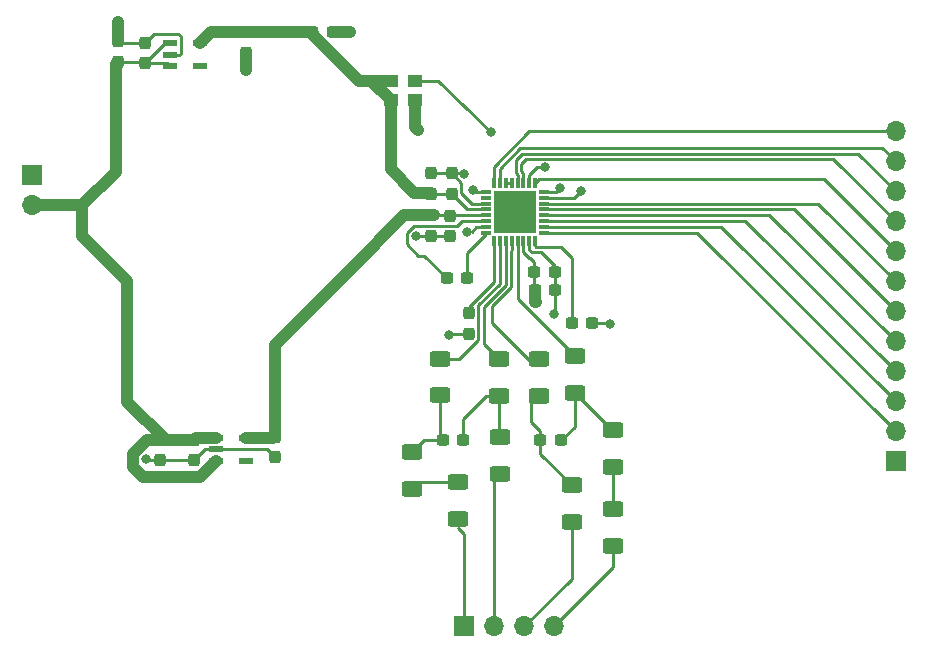
<source format=gbr>
%TF.GenerationSoftware,KiCad,Pcbnew,(6.0.10)*%
%TF.CreationDate,2023-03-06T12:11:40-08:00*%
%TF.ProjectId,PCM5242,50434d35-3234-4322-9e6b-696361645f70,rev?*%
%TF.SameCoordinates,Original*%
%TF.FileFunction,Copper,L1,Top*%
%TF.FilePolarity,Positive*%
%FSLAX46Y46*%
G04 Gerber Fmt 4.6, Leading zero omitted, Abs format (unit mm)*
G04 Created by KiCad (PCBNEW (6.0.10)) date 2023-03-06 12:11:40*
%MOMM*%
%LPD*%
G01*
G04 APERTURE LIST*
G04 Aperture macros list*
%AMRoundRect*
0 Rectangle with rounded corners*
0 $1 Rounding radius*
0 $2 $3 $4 $5 $6 $7 $8 $9 X,Y pos of 4 corners*
0 Add a 4 corners polygon primitive as box body*
4,1,4,$2,$3,$4,$5,$6,$7,$8,$9,$2,$3,0*
0 Add four circle primitives for the rounded corners*
1,1,$1+$1,$2,$3*
1,1,$1+$1,$4,$5*
1,1,$1+$1,$6,$7*
1,1,$1+$1,$8,$9*
0 Add four rect primitives between the rounded corners*
20,1,$1+$1,$2,$3,$4,$5,0*
20,1,$1+$1,$4,$5,$6,$7,0*
20,1,$1+$1,$6,$7,$8,$9,0*
20,1,$1+$1,$8,$9,$2,$3,0*%
G04 Aperture macros list end*
%TA.AperFunction,SMDPad,CuDef*%
%ADD10RoundRect,0.237500X-0.300000X-0.237500X0.300000X-0.237500X0.300000X0.237500X-0.300000X0.237500X0*%
%TD*%
%TA.AperFunction,ComponentPad*%
%ADD11R,1.700000X1.700000*%
%TD*%
%TA.AperFunction,ComponentPad*%
%ADD12O,1.700000X1.700000*%
%TD*%
%TA.AperFunction,SMDPad,CuDef*%
%ADD13RoundRect,0.237500X0.300000X0.237500X-0.300000X0.237500X-0.300000X-0.237500X0.300000X-0.237500X0*%
%TD*%
%TA.AperFunction,SMDPad,CuDef*%
%ADD14RoundRect,0.237500X0.237500X-0.300000X0.237500X0.300000X-0.237500X0.300000X-0.237500X-0.300000X0*%
%TD*%
%TA.AperFunction,SMDPad,CuDef*%
%ADD15RoundRect,0.250000X-0.625000X0.400000X-0.625000X-0.400000X0.625000X-0.400000X0.625000X0.400000X0*%
%TD*%
%TA.AperFunction,SMDPad,CuDef*%
%ADD16R,1.150000X0.600000*%
%TD*%
%TA.AperFunction,SMDPad,CuDef*%
%ADD17RoundRect,0.250000X0.625000X-0.400000X0.625000X0.400000X-0.625000X0.400000X-0.625000X-0.400000X0*%
%TD*%
%TA.AperFunction,SMDPad,CuDef*%
%ADD18RoundRect,0.237500X-0.237500X0.300000X-0.237500X-0.300000X0.237500X-0.300000X0.237500X0.300000X0*%
%TD*%
%TA.AperFunction,SMDPad,CuDef*%
%ADD19R,0.900000X0.300000*%
%TD*%
%TA.AperFunction,SMDPad,CuDef*%
%ADD20R,0.300000X0.900000*%
%TD*%
%TA.AperFunction,SMDPad,CuDef*%
%ADD21R,3.550000X3.550000*%
%TD*%
%TA.AperFunction,SMDPad,CuDef*%
%ADD22R,1.300000X1.100000*%
%TD*%
%TA.AperFunction,ViaPad*%
%ADD23C,0.800000*%
%TD*%
%TA.AperFunction,Conductor*%
%ADD24C,0.250000*%
%TD*%
%TA.AperFunction,Conductor*%
%ADD25C,1.000000*%
%TD*%
G04 APERTURE END LIST*
D10*
%TO.P,C19,1*%
%TO.N,DVDD*%
X74829500Y-81026000D03*
%TO.P,C19,2*%
%TO.N,GND*%
X76554500Y-81026000D03*
%TD*%
D11*
%TO.P,J2,1,Pin_1*%
%TO.N,GND*%
X124206000Y-117353000D03*
D12*
%TO.P,J2,2,Pin_2*%
%TO.N,/A5*%
X124206000Y-114813000D03*
%TO.P,J2,3,Pin_3*%
%TO.N,/A6*%
X124206000Y-112273000D03*
%TO.P,J2,4,Pin_4*%
%TO.N,/A7*%
X124206000Y-109733000D03*
%TO.P,J2,5,Pin_5*%
%TO.N,/A8*%
X124206000Y-107193000D03*
%TO.P,J2,6,Pin_6*%
%TO.N,/A9*%
X124206000Y-104653000D03*
%TO.P,J2,7,Pin_7*%
%TO.N,/A10*%
X124206000Y-102113000D03*
%TO.P,J2,8,Pin_8*%
%TO.N,/A11*%
X124206000Y-99573000D03*
%TO.P,J2,9,Pin_9*%
%TO.N,/A12*%
X124206000Y-97033000D03*
%TO.P,J2,10,Pin_10*%
%TO.N,/A13*%
X124206000Y-94493000D03*
%TO.P,J2,11,Pin_11*%
%TO.N,/A14*%
X124206000Y-91953000D03*
%TO.P,J2,12,Pin_12*%
%TO.N,/A15*%
X124206000Y-89413000D03*
%TD*%
D13*
%TO.P,C11,1*%
%TO.N,Net-(C11-Pad1)*%
X95858500Y-115570000D03*
%TO.P,C11,2*%
%TO.N,Net-(C11-Pad2)*%
X94133500Y-115570000D03*
%TD*%
D14*
%TO.P,C15,1*%
%TO.N,GND*%
X69232750Y-82751000D03*
%TO.P,C15,2*%
%TO.N,DVDD*%
X69232750Y-81026000D03*
%TD*%
D11*
%TO.P,J3,1,Pin_1*%
%TO.N,GND*%
X51100000Y-93100000D03*
D12*
%TO.P,J3,2,Pin_2*%
%TO.N,VCC*%
X51100000Y-95640000D03*
%TD*%
D15*
%TO.P,R3,1*%
%TO.N,Net-(R3-Pad1)*%
X90648000Y-108686000D03*
%TO.P,R3,2*%
%TO.N,Net-(C12-Pad1)*%
X90648000Y-111786000D03*
%TD*%
D16*
%TO.P,IC1,1,IN*%
%TO.N,VCC*%
X62778000Y-81960500D03*
%TO.P,IC1,2,GND*%
%TO.N,GND*%
X62778000Y-82910500D03*
%TO.P,IC1,3,EN*%
%TO.N,VCC*%
X62778000Y-83860500D03*
%TO.P,IC1,4,NC*%
%TO.N,unconnected-(IC1-Pad4)*%
X65278000Y-83860500D03*
%TO.P,IC1,5,OUT*%
%TO.N,DVDD*%
X65278000Y-81960500D03*
%TD*%
D14*
%TO.P,C16,1*%
%TO.N,VCC*%
X58374000Y-83513000D03*
%TO.P,C16,2*%
%TO.N,GND*%
X58374000Y-81788000D03*
%TD*%
D15*
%TO.P,R4,1*%
%TO.N,Net-(R4-Pad1)*%
X85598000Y-108660000D03*
%TO.P,R4,2*%
%TO.N,Net-(C12-Pad2)*%
X85598000Y-111760000D03*
%TD*%
D11*
%TO.P,J1,1,Pin_1*%
%TO.N,/A1*%
X87640000Y-131318000D03*
D12*
%TO.P,J1,2,Pin_2*%
%TO.N,/A2*%
X90180000Y-131318000D03*
%TO.P,J1,3,Pin_3*%
%TO.N,/A3*%
X92720000Y-131318000D03*
%TO.P,J1,4,Pin_4*%
%TO.N,/A4*%
X95260000Y-131318000D03*
%TD*%
D15*
%TO.P,R6,1*%
%TO.N,Net-(C12-Pad1)*%
X90678000Y-115290000D03*
%TO.P,R6,2*%
%TO.N,/A2*%
X90678000Y-118390000D03*
%TD*%
D17*
%TO.P,R11,1*%
%TO.N,/A4*%
X100274000Y-124512000D03*
%TO.P,R11,2*%
%TO.N,Net-(R11-Pad2)*%
X100274000Y-121412000D03*
%TD*%
D18*
%TO.P,C2,1*%
%TO.N,GND*%
X84836000Y-92958500D03*
%TO.P,C2,2*%
%TO.N,DVDD*%
X84836000Y-94683500D03*
%TD*%
D10*
%TO.P,C10,1*%
%TO.N,AVDD*%
X93603500Y-101346000D03*
%TO.P,C10,2*%
%TO.N,GND*%
X95328500Y-101346000D03*
%TD*%
D18*
%TO.P,C4,1*%
%TO.N,AVDD*%
X86500000Y-96537500D03*
%TO.P,C4,2*%
%TO.N,GND*%
X86500000Y-98262500D03*
%TD*%
D15*
%TO.P,R9,1*%
%TO.N,Net-(C11-Pad2)*%
X96774000Y-119354000D03*
%TO.P,R9,2*%
%TO.N,/A3*%
X96774000Y-122454000D03*
%TD*%
D18*
%TO.P,C18,1*%
%TO.N,VCC*%
X64781250Y-115523500D03*
%TO.P,C18,2*%
%TO.N,GND*%
X64781250Y-117248500D03*
%TD*%
D15*
%TO.P,R8,1*%
%TO.N,Net-(C12-Pad2)*%
X83248000Y-116560000D03*
%TO.P,R8,2*%
%TO.N,Net-(R10-Pad2)*%
X83248000Y-119660000D03*
%TD*%
D18*
%TO.P,C14,1*%
%TO.N,VCC*%
X61938000Y-115523500D03*
%TO.P,C14,2*%
%TO.N,GND*%
X61938000Y-117248500D03*
%TD*%
D15*
%TO.P,R7,1*%
%TO.N,Net-(C11-Pad1)*%
X100274000Y-114688000D03*
%TO.P,R7,2*%
%TO.N,Net-(R11-Pad2)*%
X100274000Y-117788000D03*
%TD*%
D17*
%TO.P,R10,1*%
%TO.N,/A1*%
X87122000Y-122200000D03*
%TO.P,R10,2*%
%TO.N,Net-(R10-Pad2)*%
X87122000Y-119100000D03*
%TD*%
D15*
%TO.P,R2,1*%
%TO.N,Net-(R2-Pad1)*%
X97028000Y-108432000D03*
%TO.P,R2,2*%
%TO.N,Net-(C11-Pad1)*%
X97028000Y-111532000D03*
%TD*%
D19*
%TO.P,U1,1,XSMT*%
%TO.N,AVDD*%
X89498000Y-94516000D03*
%TO.P,U1,2,LDOO*%
%TO.N,/No Connect*%
X89498000Y-95016000D03*
%TO.P,U1,3,DGND*%
%TO.N,GND*%
X89498000Y-95516000D03*
%TO.P,U1,4,DVDD*%
%TO.N,DVDD*%
X89498000Y-96016000D03*
%TO.P,U1,5,CPVDD*%
%TO.N,AVDD*%
X89498000Y-96516000D03*
%TO.P,U1,6,CAPP*%
%TO.N,Net-(C6-Pad1)*%
X89498000Y-97016000D03*
%TO.P,U1,7,CPGND*%
%TO.N,GND*%
X89498000Y-97516000D03*
%TO.P,U1,8,CAPM*%
%TO.N,Net-(C6-Pad2)*%
X89498000Y-98016000D03*
D20*
%TO.P,U1,9,VNEG*%
%TO.N,Net-(C7-Pad1)*%
X90198000Y-98716000D03*
%TO.P,U1,10,OUTLP*%
%TO.N,Net-(R4-Pad1)*%
X90698000Y-98716000D03*
%TO.P,U1,11,OUTLN*%
%TO.N,Net-(R3-Pad1)*%
X91198000Y-98716000D03*
%TO.P,U1,12,OUTRN*%
%TO.N,Net-(R5-Pad1)*%
X91698000Y-98716000D03*
%TO.P,U1,13,OUTRP*%
%TO.N,Net-(R2-Pad1)*%
X92198000Y-98716000D03*
%TO.P,U1,14,AVDD*%
%TO.N,AVDD*%
X92698000Y-98716000D03*
%TO.P,U1,15,AGND*%
%TO.N,GND*%
X93198000Y-98716000D03*
%TO.P,U1,16,VCOM*%
%TO.N,Net-(C8-Pad1)*%
X93698000Y-98716000D03*
D19*
%TO.P,U1,17,SDA*%
%TO.N,/A5*%
X94398000Y-98016000D03*
%TO.P,U1,18,SCL*%
%TO.N,/A6*%
X94398000Y-97516000D03*
%TO.P,U1,19,GPIO5*%
%TO.N,/A7*%
X94398000Y-97016000D03*
%TO.P,U1,20,GPIO4*%
%TO.N,/A8*%
X94398000Y-96516000D03*
%TO.P,U1,21,GPIO3*%
%TO.N,/A9*%
X94398000Y-96016000D03*
%TO.P,U1,22,ADR2*%
%TO.N,/A10*%
X94398000Y-95516000D03*
%TO.P,U1,23,MODE1*%
%TO.N,GND*%
X94398000Y-95016000D03*
%TO.P,U1,24,MODE2*%
%TO.N,DVDD*%
X94398000Y-94516000D03*
D20*
%TO.P,U1,25,GPIO6*%
%TO.N,/A11*%
X93698000Y-93816000D03*
%TO.P,U1,26,SCK*%
%TO.N,SCK*%
X93198000Y-93816000D03*
%TO.P,U1,27,BCK*%
%TO.N,/A12*%
X92698000Y-93816000D03*
%TO.P,U1,28,DIN*%
%TO.N,/A13*%
X92198000Y-93816000D03*
%TO.P,U1,29,NC*%
%TO.N,/No Connect*%
X91698000Y-93816000D03*
%TO.P,U1,30,NC*%
X91198000Y-93816000D03*
%TO.P,U1,31,LRCK*%
%TO.N,/A14*%
X90698000Y-93816000D03*
%TO.P,U1,32,ADR1*%
%TO.N,/A15*%
X90198000Y-93816000D03*
D21*
%TO.P,U1,33,GND*%
%TO.N,GND*%
X91948000Y-96266000D03*
%TD*%
D22*
%TO.P,Y1,1,_TRI-STATE_(STBY)*%
%TO.N,DVDD*%
X81444000Y-86781000D03*
%TO.P,Y1,2,GND/CASE*%
%TO.N,GND*%
X83544000Y-86781000D03*
%TO.P,Y1,3,OUTPUT*%
%TO.N,SCK*%
X83544000Y-85131000D03*
%TO.P,Y1,4,VDD*%
%TO.N,DVDD*%
X81444000Y-85131000D03*
%TD*%
D18*
%TO.P,C7,1*%
%TO.N,Net-(C7-Pad1)*%
X88048000Y-104801500D03*
%TO.P,C7,2*%
%TO.N,GND*%
X88048000Y-106526500D03*
%TD*%
%TO.P,C1,1*%
%TO.N,AVDD*%
X84836000Y-96514500D03*
%TO.P,C1,2*%
%TO.N,GND*%
X84836000Y-98239500D03*
%TD*%
D16*
%TO.P,IC2,1,IN*%
%TO.N,VCC*%
X66691250Y-115382000D03*
%TO.P,IC2,2,GND*%
%TO.N,GND*%
X66691250Y-116332000D03*
%TO.P,IC2,3,EN*%
%TO.N,VCC*%
X66691250Y-117282000D03*
%TO.P,IC2,4,NC*%
%TO.N,unconnected-(IC2-Pad4)*%
X69191250Y-117282000D03*
%TO.P,IC2,5,OUT*%
%TO.N,AVDD*%
X69191250Y-115382000D03*
%TD*%
D14*
%TO.P,C5,1*%
%TO.N,DVDD*%
X86614000Y-94683500D03*
%TO.P,C5,2*%
%TO.N,GND*%
X86614000Y-92958500D03*
%TD*%
D10*
%TO.P,C9,1*%
%TO.N,AVDD*%
X93659500Y-102870000D03*
%TO.P,C9,2*%
%TO.N,GND*%
X95384500Y-102870000D03*
%TD*%
D14*
%TO.P,C13,1*%
%TO.N,VCC*%
X60660000Y-83613500D03*
%TO.P,C13,2*%
%TO.N,GND*%
X60660000Y-81888500D03*
%TD*%
D13*
%TO.P,C12,1*%
%TO.N,Net-(C12-Pad1)*%
X87610500Y-115570000D03*
%TO.P,C12,2*%
%TO.N,Net-(C12-Pad2)*%
X85885500Y-115570000D03*
%TD*%
D14*
%TO.P,C17,1*%
%TO.N,GND*%
X71639250Y-116994500D03*
%TO.P,C17,2*%
%TO.N,AVDD*%
X71639250Y-115269500D03*
%TD*%
D10*
%TO.P,C8,1*%
%TO.N,Net-(C8-Pad1)*%
X96785500Y-105664000D03*
%TO.P,C8,2*%
%TO.N,GND*%
X98510500Y-105664000D03*
%TD*%
D15*
%TO.P,R5,1*%
%TO.N,Net-(R5-Pad1)*%
X93980000Y-108686000D03*
%TO.P,R5,2*%
%TO.N,Net-(C11-Pad2)*%
X93980000Y-111786000D03*
%TD*%
D10*
%TO.P,C6,1*%
%TO.N,Net-(C6-Pad1)*%
X86203500Y-101854000D03*
%TO.P,C6,2*%
%TO.N,Net-(C6-Pad2)*%
X87928500Y-101854000D03*
%TD*%
D23*
%TO.N,GND*%
X92000000Y-96200000D03*
X95250000Y-104902000D03*
X77978000Y-81026000D03*
X87700000Y-93000000D03*
X97589000Y-94435000D03*
X83610500Y-98248500D03*
X69232750Y-84218750D03*
X60717250Y-117148000D03*
X83764000Y-89258000D03*
X87896814Y-97919802D03*
X86360000Y-106680000D03*
X58374000Y-80110500D03*
X100055750Y-105690000D03*
%TO.N,DVDD*%
X81534000Y-91440000D03*
X95758000Y-94234000D03*
%TO.N,AVDD*%
X83308500Y-96523500D03*
X93726000Y-103886000D03*
X78002000Y-101116000D03*
X88400000Y-94400000D03*
%TO.N,SCK*%
X94488000Y-92455500D03*
X89916107Y-89453580D03*
%TD*%
D24*
%TO.N,Net-(R10-Pad2)*%
X83808000Y-119100000D02*
X87122000Y-119100000D01*
X83248000Y-119660000D02*
X83808000Y-119100000D01*
D25*
%TO.N,AVDD*%
X85081000Y-96523500D02*
X85090000Y-96514500D01*
X83308500Y-96523500D02*
X85081000Y-96523500D01*
%TO.N,DVDD*%
X81444000Y-92620000D02*
X81444000Y-86781000D01*
X83472000Y-94648000D02*
X81444000Y-92620000D01*
X84836000Y-94648000D02*
X83472000Y-94648000D01*
D24*
%TO.N,GND*%
X97008000Y-95016000D02*
X97589000Y-94435000D01*
X94398000Y-95016000D02*
X97008000Y-95016000D01*
%TO.N,DVDD*%
X88904000Y-96016000D02*
X89498000Y-96016000D01*
X88895000Y-96007000D02*
X88904000Y-96016000D01*
%TO.N,GND*%
X95250000Y-104902000D02*
X95328500Y-104823500D01*
X95328500Y-104823500D02*
X95328500Y-101346000D01*
X100029750Y-105664000D02*
X98510500Y-105664000D01*
X86614000Y-92958500D02*
X84836000Y-92958500D01*
X83619500Y-98239500D02*
X83610500Y-98248500D01*
X86614000Y-92958500D02*
X87658500Y-92958500D01*
X95328500Y-100800500D02*
X94177198Y-99649198D01*
D25*
X69232750Y-82751000D02*
X69232750Y-84218750D01*
D24*
X60817750Y-117248500D02*
X60717250Y-117148000D01*
D25*
X83544000Y-89038000D02*
X83764000Y-89258000D01*
D24*
X63469000Y-81126500D02*
X61422000Y-81126500D01*
X95328500Y-100800500D02*
X95328500Y-101196000D01*
X88348814Y-97928802D02*
X88336000Y-97894000D01*
X86513500Y-106526500D02*
X88048000Y-106526500D01*
X64781250Y-117248500D02*
X65697750Y-116332000D01*
X86360000Y-106680000D02*
X86513500Y-106526500D01*
X94177198Y-99649198D02*
X93381198Y-99649198D01*
X62749250Y-117248500D02*
X64781250Y-117248500D01*
X93381198Y-99649198D02*
X93198000Y-99466000D01*
X93198000Y-99466000D02*
X93198000Y-98716000D01*
X87414000Y-94625000D02*
X88305000Y-95516000D01*
X63708000Y-82805500D02*
X63708000Y-81365500D01*
X63708000Y-81365500D02*
X63469000Y-81126500D01*
X58474500Y-81888500D02*
X58374000Y-81788000D01*
X87658500Y-92958500D02*
X87700000Y-93000000D01*
X89498000Y-97516000D02*
X88714000Y-97516000D01*
X65697750Y-116332000D02*
X66691250Y-116332000D01*
X85090000Y-98239500D02*
X86614000Y-98239500D01*
X71639250Y-116994500D02*
X70976750Y-116332000D01*
X88305000Y-95516000D02*
X89498000Y-95516000D01*
X61422000Y-81126500D02*
X60660000Y-81888500D01*
X60660000Y-81888500D02*
X58474500Y-81888500D01*
X85090000Y-98239500D02*
X83619500Y-98239500D01*
D25*
X58374000Y-80110500D02*
X58374000Y-81788000D01*
D24*
X87414000Y-93758500D02*
X87414000Y-94625000D01*
X70976750Y-116332000D02*
X66691250Y-116332000D01*
X62749250Y-117248500D02*
X60817750Y-117248500D01*
X88714000Y-97516000D02*
X88348814Y-97928802D01*
D25*
X83544000Y-86781000D02*
X83544000Y-89038000D01*
D24*
X63603000Y-82910500D02*
X63708000Y-82805500D01*
X62778000Y-82910500D02*
X63603000Y-82910500D01*
X86614000Y-92958500D02*
X87414000Y-93758500D01*
D25*
X76554500Y-81026000D02*
X77978000Y-81026000D01*
%TO.N,VCC*%
X59617250Y-117826000D02*
X60463250Y-118672000D01*
X64972750Y-115332000D02*
X66691250Y-115332000D01*
X62749250Y-115523500D02*
X64781250Y-115523500D01*
X60786115Y-115523500D02*
X59617250Y-116692365D01*
X59149750Y-102075750D02*
X59149750Y-112278500D01*
X59617250Y-116692365D02*
X59617250Y-117826000D01*
X65351250Y-118672000D02*
X66691250Y-117332000D01*
X59149750Y-112278500D02*
X62394750Y-115523500D01*
D24*
X58374000Y-83513000D02*
X60559500Y-83513000D01*
D25*
X64781250Y-115523500D02*
X64972750Y-115332000D01*
X60463250Y-118672000D02*
X65351250Y-118672000D01*
D24*
X62531000Y-83613500D02*
X62778000Y-83860500D01*
D25*
X55328500Y-95648000D02*
X58166000Y-92810500D01*
X55276500Y-95648000D02*
X55328500Y-95700000D01*
X58166000Y-92810500D02*
X58166000Y-83721000D01*
D24*
X60660000Y-83613500D02*
X62313000Y-81960500D01*
D25*
X55328500Y-95648000D02*
X55328500Y-98254500D01*
X58166000Y-83721000D02*
X58374000Y-83513000D01*
D24*
X60660000Y-83613500D02*
X62531000Y-83613500D01*
D25*
X62394750Y-115523500D02*
X62749250Y-115523500D01*
X55328500Y-98254500D02*
X59149750Y-102075750D01*
X64781250Y-115523500D02*
X60786115Y-115523500D01*
D24*
X62313000Y-81960500D02*
X62778000Y-81960500D01*
X60559500Y-83513000D02*
X60660000Y-83613500D01*
D25*
X50920000Y-95648000D02*
X55276500Y-95648000D01*
D24*
%TO.N,Net-(C6-Pad1)*%
X89046000Y-97007000D02*
X87454495Y-97007000D01*
X83764000Y-99926000D02*
X84275500Y-99926000D01*
X83456695Y-97377000D02*
X82800000Y-98033695D01*
X82800000Y-98033695D02*
X82800000Y-98962000D01*
X82800000Y-98962000D02*
X83764000Y-99926000D01*
X85560495Y-97377000D02*
X83456695Y-97377000D01*
X87061495Y-97400000D02*
X85583495Y-97400000D01*
X87454495Y-97007000D02*
X87061495Y-97400000D01*
X84275500Y-99926000D02*
X86203500Y-101854000D01*
X85583495Y-97400000D02*
X85560495Y-97377000D01*
%TO.N,Net-(C6-Pad2)*%
X89498000Y-98112000D02*
X89498000Y-98016000D01*
X87928500Y-101854000D02*
X87928500Y-99681500D01*
X87928500Y-99681500D02*
X89498000Y-98112000D01*
%TO.N,Net-(C7-Pad1)*%
X90198000Y-102149500D02*
X88048000Y-104299500D01*
X90198000Y-98716000D02*
X90198000Y-102149500D01*
D25*
%TO.N,DVDD*%
X65278000Y-81960500D02*
X66212500Y-81026000D01*
D24*
X95476000Y-94516000D02*
X95758000Y-94234000D01*
D25*
X74829500Y-81164325D02*
X78796175Y-85131000D01*
X74829500Y-81026000D02*
X74829500Y-81164325D01*
D24*
X94398000Y-94516000D02*
X95476000Y-94516000D01*
D25*
X69232750Y-81026000D02*
X74720250Y-81026000D01*
X66212500Y-81026000D02*
X69232750Y-81026000D01*
D24*
X87937500Y-96007000D02*
X88895000Y-96007000D01*
X84836000Y-94683500D02*
X84836000Y-94648000D01*
X86614000Y-94683500D02*
X84836000Y-94683500D01*
D25*
X78796175Y-85131000D02*
X79794000Y-85131000D01*
X79794000Y-85131000D02*
X81444000Y-86781000D01*
D24*
X87937500Y-96007000D02*
X86614000Y-94683500D01*
D25*
X74896000Y-81092500D02*
X74829500Y-81026000D01*
X78796175Y-85131000D02*
X81444000Y-85131000D01*
D24*
%TO.N,Net-(C11-Pad1)*%
X97028000Y-114400500D02*
X95858500Y-115570000D01*
X100184000Y-114688000D02*
X100274000Y-114688000D01*
X97028000Y-111532000D02*
X100184000Y-114688000D01*
X100200000Y-114762000D02*
X100274000Y-114688000D01*
X97028000Y-111532000D02*
X97028000Y-114400500D01*
%TO.N,Net-(C11-Pad2)*%
X94133500Y-115570000D02*
X94133500Y-116713500D01*
X93348000Y-112012000D02*
X93348000Y-114024500D01*
X93348000Y-114024500D02*
X94085500Y-114762000D01*
X94085500Y-114762000D02*
X94085500Y-115749500D01*
X94133500Y-116713500D02*
X96774000Y-119354000D01*
%TO.N,Net-(C12-Pad2)*%
X85885500Y-115570000D02*
X84238000Y-115570000D01*
X85598000Y-111760000D02*
X85598000Y-115282500D01*
X84238000Y-115570000D02*
X83248000Y-116560000D01*
X85598000Y-115282500D02*
X85885500Y-115570000D01*
%TO.N,Net-(C8-Pad1)*%
X93698000Y-98716000D02*
X93698000Y-99116000D01*
X93698000Y-99116000D02*
X93748000Y-99166000D01*
X93748000Y-99166000D02*
X95843495Y-99166000D01*
X95843495Y-99166000D02*
X96785500Y-100108005D01*
X96785500Y-100108005D02*
X96785500Y-105664000D01*
%TO.N,/A2*%
X90180000Y-118888000D02*
X90180000Y-131318000D01*
X90678000Y-118390000D02*
X90180000Y-118888000D01*
%TO.N,/A3*%
X96774000Y-127264000D02*
X92720000Y-131318000D01*
X96774000Y-122454000D02*
X96774000Y-127264000D01*
%TO.N,/A4*%
X100274000Y-124512000D02*
X100274000Y-126304000D01*
X100274000Y-126304000D02*
X95260000Y-131318000D01*
%TO.N,/A5*%
X107409000Y-98016000D02*
X124206000Y-114813000D01*
X94398000Y-98016000D02*
X107409000Y-98016000D01*
%TO.N,/A6*%
X94398000Y-97516000D02*
X109449000Y-97516000D01*
X109449000Y-97516000D02*
X124206000Y-112273000D01*
%TO.N,/A7*%
X111489000Y-97016000D02*
X124206000Y-109733000D01*
X94398000Y-97016000D02*
X111489000Y-97016000D01*
%TO.N,/A8*%
X94398000Y-96516000D02*
X113529000Y-96516000D01*
X113529000Y-96516000D02*
X124206000Y-107193000D01*
%TO.N,/A9*%
X115569000Y-96016000D02*
X124206000Y-104653000D01*
X94398000Y-96016000D02*
X115569000Y-96016000D01*
%TO.N,/A10*%
X94398000Y-95516000D02*
X117609000Y-95516000D01*
X117609000Y-95516000D02*
X124206000Y-102113000D01*
%TO.N,/A11*%
X118105000Y-93472000D02*
X124206000Y-99573000D01*
X94042000Y-93472000D02*
X118105000Y-93472000D01*
X93698000Y-93816000D02*
X94042000Y-93472000D01*
%TO.N,/A12*%
X118904000Y-91731000D02*
X124206000Y-97033000D01*
X92493000Y-92756305D02*
X92493000Y-92155695D01*
X92698000Y-93816000D02*
X92698000Y-92961305D01*
X92698000Y-92961305D02*
X92493000Y-92756305D01*
X92917695Y-91731000D02*
X118904000Y-91731000D01*
X92493000Y-92155695D02*
X92917695Y-91731000D01*
%TO.N,/A13*%
X120994000Y-91281000D02*
X124206000Y-94493000D01*
X92198000Y-93097701D02*
X92043000Y-92942701D01*
X92198000Y-93816000D02*
X92198000Y-93097701D01*
X92043000Y-91853000D02*
X92615000Y-91281000D01*
X92615000Y-91281000D02*
X120994000Y-91281000D01*
X92043000Y-92942701D02*
X92043000Y-91853000D01*
%TO.N,/A14*%
X123084000Y-90831000D02*
X124206000Y-91953000D01*
X90698000Y-93816000D02*
X90698000Y-92561604D01*
X92428604Y-90831000D02*
X123084000Y-90831000D01*
X90698000Y-92561604D02*
X92428604Y-90831000D01*
%TO.N,/A15*%
X90198000Y-93816000D02*
X90198000Y-92425208D01*
X90198000Y-92425208D02*
X93210208Y-89413000D01*
X93210208Y-89413000D02*
X124206000Y-89413000D01*
%TO.N,AVDD*%
X92698000Y-98716000D02*
X92698000Y-99602396D01*
D25*
X93659500Y-102870000D02*
X93659500Y-103819500D01*
D24*
X89498000Y-94516000D02*
X88516000Y-94516000D01*
D25*
X78002000Y-101116000D02*
X82594500Y-96523500D01*
D24*
X93603500Y-101346000D02*
X93603500Y-102870000D01*
D25*
X82594500Y-96523500D02*
X83308500Y-96523500D01*
X71639250Y-107478750D02*
X78002000Y-101116000D01*
D24*
X92698000Y-99602396D02*
X93194802Y-100099198D01*
D25*
X71473750Y-115382000D02*
X71639250Y-115216500D01*
D24*
X86614000Y-96514500D02*
X85090000Y-96514500D01*
X89046000Y-96507000D02*
X86621500Y-96507000D01*
X88516000Y-94516000D02*
X88400000Y-94400000D01*
D25*
X69191250Y-115382000D02*
X71473750Y-115382000D01*
X71639250Y-115269500D02*
X71639250Y-107478750D01*
D24*
X86621500Y-96507000D02*
X86614000Y-96514500D01*
X93603500Y-100484698D02*
X93603500Y-101346000D01*
D25*
X93659500Y-103819500D02*
X93726000Y-103886000D01*
D24*
X93218000Y-100099198D02*
X93603500Y-100484698D01*
%TO.N,Net-(R2-Pad1)*%
X97028000Y-108432000D02*
X94095505Y-105499505D01*
X92198000Y-100778505D02*
X92202000Y-100782505D01*
X94095505Y-105499505D02*
X94095505Y-105491000D01*
X92202000Y-103597495D02*
X94095505Y-105491000D01*
X92202000Y-100782505D02*
X92202000Y-103597495D01*
X92198000Y-98716000D02*
X92198000Y-100778505D01*
%TO.N,Net-(R4-Pad1)*%
X90698000Y-102285896D02*
X88848000Y-104135896D01*
X87247495Y-108660000D02*
X85598000Y-108660000D01*
X90698000Y-98716000D02*
X90698000Y-102285896D01*
X88848000Y-107059495D02*
X87247495Y-108660000D01*
X88848000Y-104135896D02*
X88848000Y-107059495D01*
%TO.N,Net-(R5-Pad1)*%
X91648000Y-102608688D02*
X90048000Y-104208688D01*
X91648000Y-99491000D02*
X91648000Y-102608688D01*
X91698000Y-99441000D02*
X91648000Y-99491000D01*
X91698000Y-98716000D02*
X91698000Y-99441000D01*
X90048000Y-105612000D02*
X93348000Y-108912000D01*
X90048000Y-104208688D02*
X90048000Y-105612000D01*
%TO.N,Net-(R11-Pad2)*%
X100274000Y-117788000D02*
X100274000Y-121412000D01*
%TO.N,/A1*%
X87640000Y-131318000D02*
X87640000Y-123480000D01*
X87640000Y-123480000D02*
X87122000Y-122962000D01*
%TO.N,SCK*%
X93808500Y-92455500D02*
X93198000Y-93066000D01*
X94488000Y-92455500D02*
X93808500Y-92455500D01*
X93198000Y-93066000D02*
X93198000Y-93816000D01*
X85479000Y-85131000D02*
X89916107Y-89453580D01*
X85479000Y-85131000D02*
X83544000Y-85131000D01*
%TO.N,/No Connect*%
X91198000Y-93816000D02*
X91698000Y-93816000D01*
%TO.N,Net-(C12-Pad1)*%
X87610500Y-115570000D02*
X87610500Y-113762000D01*
X90648000Y-111812000D02*
X90648000Y-115260000D01*
X87610500Y-113762000D02*
X89560500Y-111812000D01*
X90648000Y-115260000D02*
X90678000Y-115290000D01*
X89560500Y-111812000D02*
X90648000Y-111812000D01*
%TO.N,Net-(R3-Pad1)*%
X89348000Y-104272292D02*
X89348000Y-107412000D01*
X91198000Y-102422292D02*
X89348000Y-104272292D01*
X89348000Y-107412000D02*
X90648000Y-108712000D01*
X91198000Y-98716000D02*
X91198000Y-102422292D01*
%TD*%
M02*

</source>
